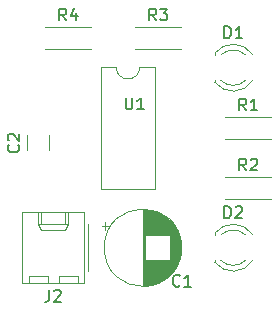
<source format=gbr>
%TF.GenerationSoftware,KiCad,Pcbnew,7.0.9*%
%TF.CreationDate,2023-12-20T18:15:34+03:00*%
%TF.ProjectId,FLIP_FLOP,464c4950-5f46-44c4-9f50-2e6b69636164,rev?*%
%TF.SameCoordinates,Original*%
%TF.FileFunction,Legend,Top*%
%TF.FilePolarity,Positive*%
%FSLAX46Y46*%
G04 Gerber Fmt 4.6, Leading zero omitted, Abs format (unit mm)*
G04 Created by KiCad (PCBNEW 7.0.9) date 2023-12-20 18:15:34*
%MOMM*%
%LPD*%
G01*
G04 APERTURE LIST*
%ADD10C,0.150000*%
%ADD11C,0.120000*%
G04 APERTURE END LIST*
D10*
X121738095Y-57454819D02*
X121738095Y-58264342D01*
X121738095Y-58264342D02*
X121785714Y-58359580D01*
X121785714Y-58359580D02*
X121833333Y-58407200D01*
X121833333Y-58407200D02*
X121928571Y-58454819D01*
X121928571Y-58454819D02*
X122119047Y-58454819D01*
X122119047Y-58454819D02*
X122214285Y-58407200D01*
X122214285Y-58407200D02*
X122261904Y-58359580D01*
X122261904Y-58359580D02*
X122309523Y-58264342D01*
X122309523Y-58264342D02*
X122309523Y-57454819D01*
X123309523Y-58454819D02*
X122738095Y-58454819D01*
X123023809Y-58454819D02*
X123023809Y-57454819D01*
X123023809Y-57454819D02*
X122928571Y-57597676D01*
X122928571Y-57597676D02*
X122833333Y-57692914D01*
X122833333Y-57692914D02*
X122738095Y-57740533D01*
X116713333Y-50914819D02*
X116380000Y-50438628D01*
X116141905Y-50914819D02*
X116141905Y-49914819D01*
X116141905Y-49914819D02*
X116522857Y-49914819D01*
X116522857Y-49914819D02*
X116618095Y-49962438D01*
X116618095Y-49962438D02*
X116665714Y-50010057D01*
X116665714Y-50010057D02*
X116713333Y-50105295D01*
X116713333Y-50105295D02*
X116713333Y-50248152D01*
X116713333Y-50248152D02*
X116665714Y-50343390D01*
X116665714Y-50343390D02*
X116618095Y-50391009D01*
X116618095Y-50391009D02*
X116522857Y-50438628D01*
X116522857Y-50438628D02*
X116141905Y-50438628D01*
X117570476Y-50248152D02*
X117570476Y-50914819D01*
X117332381Y-49867200D02*
X117094286Y-50581485D01*
X117094286Y-50581485D02*
X117713333Y-50581485D01*
X124333333Y-50914819D02*
X124000000Y-50438628D01*
X123761905Y-50914819D02*
X123761905Y-49914819D01*
X123761905Y-49914819D02*
X124142857Y-49914819D01*
X124142857Y-49914819D02*
X124238095Y-49962438D01*
X124238095Y-49962438D02*
X124285714Y-50010057D01*
X124285714Y-50010057D02*
X124333333Y-50105295D01*
X124333333Y-50105295D02*
X124333333Y-50248152D01*
X124333333Y-50248152D02*
X124285714Y-50343390D01*
X124285714Y-50343390D02*
X124238095Y-50391009D01*
X124238095Y-50391009D02*
X124142857Y-50438628D01*
X124142857Y-50438628D02*
X123761905Y-50438628D01*
X124666667Y-49914819D02*
X125285714Y-49914819D01*
X125285714Y-49914819D02*
X124952381Y-50295771D01*
X124952381Y-50295771D02*
X125095238Y-50295771D01*
X125095238Y-50295771D02*
X125190476Y-50343390D01*
X125190476Y-50343390D02*
X125238095Y-50391009D01*
X125238095Y-50391009D02*
X125285714Y-50486247D01*
X125285714Y-50486247D02*
X125285714Y-50724342D01*
X125285714Y-50724342D02*
X125238095Y-50819580D01*
X125238095Y-50819580D02*
X125190476Y-50867200D01*
X125190476Y-50867200D02*
X125095238Y-50914819D01*
X125095238Y-50914819D02*
X124809524Y-50914819D01*
X124809524Y-50914819D02*
X124714286Y-50867200D01*
X124714286Y-50867200D02*
X124666667Y-50819580D01*
X131953333Y-63614819D02*
X131620000Y-63138628D01*
X131381905Y-63614819D02*
X131381905Y-62614819D01*
X131381905Y-62614819D02*
X131762857Y-62614819D01*
X131762857Y-62614819D02*
X131858095Y-62662438D01*
X131858095Y-62662438D02*
X131905714Y-62710057D01*
X131905714Y-62710057D02*
X131953333Y-62805295D01*
X131953333Y-62805295D02*
X131953333Y-62948152D01*
X131953333Y-62948152D02*
X131905714Y-63043390D01*
X131905714Y-63043390D02*
X131858095Y-63091009D01*
X131858095Y-63091009D02*
X131762857Y-63138628D01*
X131762857Y-63138628D02*
X131381905Y-63138628D01*
X132334286Y-62710057D02*
X132381905Y-62662438D01*
X132381905Y-62662438D02*
X132477143Y-62614819D01*
X132477143Y-62614819D02*
X132715238Y-62614819D01*
X132715238Y-62614819D02*
X132810476Y-62662438D01*
X132810476Y-62662438D02*
X132858095Y-62710057D01*
X132858095Y-62710057D02*
X132905714Y-62805295D01*
X132905714Y-62805295D02*
X132905714Y-62900533D01*
X132905714Y-62900533D02*
X132858095Y-63043390D01*
X132858095Y-63043390D02*
X132286667Y-63614819D01*
X132286667Y-63614819D02*
X132905714Y-63614819D01*
X131953333Y-58534819D02*
X131620000Y-58058628D01*
X131381905Y-58534819D02*
X131381905Y-57534819D01*
X131381905Y-57534819D02*
X131762857Y-57534819D01*
X131762857Y-57534819D02*
X131858095Y-57582438D01*
X131858095Y-57582438D02*
X131905714Y-57630057D01*
X131905714Y-57630057D02*
X131953333Y-57725295D01*
X131953333Y-57725295D02*
X131953333Y-57868152D01*
X131953333Y-57868152D02*
X131905714Y-57963390D01*
X131905714Y-57963390D02*
X131858095Y-58011009D01*
X131858095Y-58011009D02*
X131762857Y-58058628D01*
X131762857Y-58058628D02*
X131381905Y-58058628D01*
X132905714Y-58534819D02*
X132334286Y-58534819D01*
X132620000Y-58534819D02*
X132620000Y-57534819D01*
X132620000Y-57534819D02*
X132524762Y-57677676D01*
X132524762Y-57677676D02*
X132429524Y-57772914D01*
X132429524Y-57772914D02*
X132334286Y-57820533D01*
X115276666Y-73734819D02*
X115276666Y-74449104D01*
X115276666Y-74449104D02*
X115229047Y-74591961D01*
X115229047Y-74591961D02*
X115133809Y-74687200D01*
X115133809Y-74687200D02*
X114990952Y-74734819D01*
X114990952Y-74734819D02*
X114895714Y-74734819D01*
X115705238Y-73830057D02*
X115752857Y-73782438D01*
X115752857Y-73782438D02*
X115848095Y-73734819D01*
X115848095Y-73734819D02*
X116086190Y-73734819D01*
X116086190Y-73734819D02*
X116181428Y-73782438D01*
X116181428Y-73782438D02*
X116229047Y-73830057D01*
X116229047Y-73830057D02*
X116276666Y-73925295D01*
X116276666Y-73925295D02*
X116276666Y-74020533D01*
X116276666Y-74020533D02*
X116229047Y-74163390D01*
X116229047Y-74163390D02*
X115657619Y-74734819D01*
X115657619Y-74734819D02*
X116276666Y-74734819D01*
X130111905Y-67654819D02*
X130111905Y-66654819D01*
X130111905Y-66654819D02*
X130350000Y-66654819D01*
X130350000Y-66654819D02*
X130492857Y-66702438D01*
X130492857Y-66702438D02*
X130588095Y-66797676D01*
X130588095Y-66797676D02*
X130635714Y-66892914D01*
X130635714Y-66892914D02*
X130683333Y-67083390D01*
X130683333Y-67083390D02*
X130683333Y-67226247D01*
X130683333Y-67226247D02*
X130635714Y-67416723D01*
X130635714Y-67416723D02*
X130588095Y-67511961D01*
X130588095Y-67511961D02*
X130492857Y-67607200D01*
X130492857Y-67607200D02*
X130350000Y-67654819D01*
X130350000Y-67654819D02*
X130111905Y-67654819D01*
X131064286Y-66750057D02*
X131111905Y-66702438D01*
X131111905Y-66702438D02*
X131207143Y-66654819D01*
X131207143Y-66654819D02*
X131445238Y-66654819D01*
X131445238Y-66654819D02*
X131540476Y-66702438D01*
X131540476Y-66702438D02*
X131588095Y-66750057D01*
X131588095Y-66750057D02*
X131635714Y-66845295D01*
X131635714Y-66845295D02*
X131635714Y-66940533D01*
X131635714Y-66940533D02*
X131588095Y-67083390D01*
X131588095Y-67083390D02*
X131016667Y-67654819D01*
X131016667Y-67654819D02*
X131635714Y-67654819D01*
X130111905Y-52414819D02*
X130111905Y-51414819D01*
X130111905Y-51414819D02*
X130350000Y-51414819D01*
X130350000Y-51414819D02*
X130492857Y-51462438D01*
X130492857Y-51462438D02*
X130588095Y-51557676D01*
X130588095Y-51557676D02*
X130635714Y-51652914D01*
X130635714Y-51652914D02*
X130683333Y-51843390D01*
X130683333Y-51843390D02*
X130683333Y-51986247D01*
X130683333Y-51986247D02*
X130635714Y-52176723D01*
X130635714Y-52176723D02*
X130588095Y-52271961D01*
X130588095Y-52271961D02*
X130492857Y-52367200D01*
X130492857Y-52367200D02*
X130350000Y-52414819D01*
X130350000Y-52414819D02*
X130111905Y-52414819D01*
X131635714Y-52414819D02*
X131064286Y-52414819D01*
X131350000Y-52414819D02*
X131350000Y-51414819D01*
X131350000Y-51414819D02*
X131254762Y-51557676D01*
X131254762Y-51557676D02*
X131159524Y-51652914D01*
X131159524Y-51652914D02*
X131064286Y-51700533D01*
X112649580Y-61456666D02*
X112697200Y-61504285D01*
X112697200Y-61504285D02*
X112744819Y-61647142D01*
X112744819Y-61647142D02*
X112744819Y-61742380D01*
X112744819Y-61742380D02*
X112697200Y-61885237D01*
X112697200Y-61885237D02*
X112601961Y-61980475D01*
X112601961Y-61980475D02*
X112506723Y-62028094D01*
X112506723Y-62028094D02*
X112316247Y-62075713D01*
X112316247Y-62075713D02*
X112173390Y-62075713D01*
X112173390Y-62075713D02*
X111982914Y-62028094D01*
X111982914Y-62028094D02*
X111887676Y-61980475D01*
X111887676Y-61980475D02*
X111792438Y-61885237D01*
X111792438Y-61885237D02*
X111744819Y-61742380D01*
X111744819Y-61742380D02*
X111744819Y-61647142D01*
X111744819Y-61647142D02*
X111792438Y-61504285D01*
X111792438Y-61504285D02*
X111840057Y-61456666D01*
X111840057Y-61075713D02*
X111792438Y-61028094D01*
X111792438Y-61028094D02*
X111744819Y-60932856D01*
X111744819Y-60932856D02*
X111744819Y-60694761D01*
X111744819Y-60694761D02*
X111792438Y-60599523D01*
X111792438Y-60599523D02*
X111840057Y-60551904D01*
X111840057Y-60551904D02*
X111935295Y-60504285D01*
X111935295Y-60504285D02*
X112030533Y-60504285D01*
X112030533Y-60504285D02*
X112173390Y-60551904D01*
X112173390Y-60551904D02*
X112744819Y-61123332D01*
X112744819Y-61123332D02*
X112744819Y-60504285D01*
X126333333Y-73359580D02*
X126285714Y-73407200D01*
X126285714Y-73407200D02*
X126142857Y-73454819D01*
X126142857Y-73454819D02*
X126047619Y-73454819D01*
X126047619Y-73454819D02*
X125904762Y-73407200D01*
X125904762Y-73407200D02*
X125809524Y-73311961D01*
X125809524Y-73311961D02*
X125761905Y-73216723D01*
X125761905Y-73216723D02*
X125714286Y-73026247D01*
X125714286Y-73026247D02*
X125714286Y-72883390D01*
X125714286Y-72883390D02*
X125761905Y-72692914D01*
X125761905Y-72692914D02*
X125809524Y-72597676D01*
X125809524Y-72597676D02*
X125904762Y-72502438D01*
X125904762Y-72502438D02*
X126047619Y-72454819D01*
X126047619Y-72454819D02*
X126142857Y-72454819D01*
X126142857Y-72454819D02*
X126285714Y-72502438D01*
X126285714Y-72502438D02*
X126333333Y-72550057D01*
X127285714Y-73454819D02*
X126714286Y-73454819D01*
X127000000Y-73454819D02*
X127000000Y-72454819D01*
X127000000Y-72454819D02*
X126904762Y-72597676D01*
X126904762Y-72597676D02*
X126809524Y-72692914D01*
X126809524Y-72692914D02*
X126714286Y-72740533D01*
D11*
%TO.C,U1*%
X119695000Y-54870000D02*
X119695000Y-65150000D01*
X124195000Y-54870000D02*
X122945000Y-54870000D01*
X119695000Y-65150000D02*
X124195000Y-65150000D01*
X124195000Y-65150000D02*
X124195000Y-54870000D01*
X120945000Y-54870000D02*
X119695000Y-54870000D01*
X120945000Y-54870000D02*
G75*
G03*
X122945000Y-54870000I1000000J0D01*
G01*
%TO.C,R4*%
X114960000Y-51460000D02*
X118800000Y-51460000D01*
X114960000Y-53300000D02*
X118800000Y-53300000D01*
%TO.C,R3*%
X122580000Y-53300000D02*
X126420000Y-53300000D01*
X122580000Y-51460000D02*
X126420000Y-51460000D01*
%TO.C,R2*%
X130200000Y-66000000D02*
X134040000Y-66000000D01*
X130200000Y-64160000D02*
X134040000Y-64160000D01*
%TO.C,R1*%
X130200000Y-60920000D02*
X134040000Y-60920000D01*
X130200000Y-59080000D02*
X134040000Y-59080000D01*
%TO.C,J2*%
X118260000Y-67170000D02*
X112960000Y-67170000D01*
X116080000Y-72590000D02*
X116080000Y-73190000D01*
X118550000Y-72160000D02*
X118550000Y-68160000D01*
X118260000Y-73190000D02*
X118260000Y-67170000D01*
X115140000Y-73190000D02*
X115140000Y-72590000D01*
X114340000Y-68170000D02*
X114340000Y-67170000D01*
X114590000Y-67170000D02*
X114590000Y-68170000D01*
X117680000Y-72590000D02*
X116080000Y-72590000D01*
X115140000Y-72590000D02*
X113540000Y-72590000D01*
X114590000Y-68700000D02*
X114340000Y-68170000D01*
X116880000Y-68170000D02*
X114340000Y-68170000D01*
X116880000Y-67170000D02*
X116880000Y-68170000D01*
X116630000Y-67170000D02*
X116630000Y-68170000D01*
X116880000Y-68170000D02*
X116630000Y-68700000D01*
X112960000Y-73190000D02*
X118260000Y-73190000D01*
X117680000Y-73190000D02*
X117680000Y-72590000D01*
X112960000Y-67170000D02*
X112960000Y-73190000D01*
X113540000Y-72590000D02*
X113540000Y-73190000D01*
X116630000Y-68700000D02*
X114590000Y-68700000D01*
%TO.C,D2*%
X129290000Y-68924000D02*
X129290000Y-69080000D01*
X129290000Y-71240000D02*
X129290000Y-71396000D01*
X131891129Y-69080164D02*
G75*
G03*
X129809040Y-69080001I-1041129J-1079836D01*
G01*
X129290001Y-71395515D02*
G75*
G03*
X132522334Y-71238608I1559999J1235515D01*
G01*
X129809040Y-71239999D02*
G75*
G03*
X131891129Y-71239836I1040960J1079999D01*
G01*
X132522334Y-69081392D02*
G75*
G03*
X129290001Y-68924485I-1672334J-1078608D01*
G01*
%TO.C,D1*%
X129290000Y-53684000D02*
X129290000Y-53840000D01*
X129290000Y-56000000D02*
X129290000Y-56156000D01*
X131891129Y-53840164D02*
G75*
G03*
X129809040Y-53840001I-1041129J-1079836D01*
G01*
X129290001Y-56155515D02*
G75*
G03*
X132522334Y-55998608I1559999J1235515D01*
G01*
X129809040Y-55999999D02*
G75*
G03*
X131891129Y-55999836I1040960J1079999D01*
G01*
X132522334Y-53841392D02*
G75*
G03*
X129290001Y-53684485I-1672334J-1078608D01*
G01*
%TO.C,C2*%
X115260000Y-61919000D02*
X115260000Y-60661000D01*
X113420000Y-61919000D02*
X113420000Y-60661000D01*
%TO.C,C1*%
X125211000Y-71200000D02*
X125211000Y-72708000D01*
X124691000Y-71200000D02*
X124691000Y-73036000D01*
X124291000Y-67113000D02*
X124291000Y-69120000D01*
X125851000Y-68270000D02*
X125851000Y-72050000D01*
X124011000Y-67029000D02*
X124011000Y-69120000D01*
X123290000Y-66930000D02*
X123290000Y-73390000D01*
X124091000Y-71200000D02*
X124091000Y-73270000D01*
X124211000Y-71200000D02*
X124211000Y-73234000D01*
X123250000Y-66930000D02*
X123250000Y-73390000D01*
X125891000Y-68326000D02*
X125891000Y-71994000D01*
X125771000Y-68165000D02*
X125771000Y-72155000D01*
X123770000Y-71200000D02*
X123770000Y-73342000D01*
X124811000Y-71200000D02*
X124811000Y-72972000D01*
X124731000Y-67304000D02*
X124731000Y-69120000D01*
X125491000Y-67855000D02*
X125491000Y-69120000D01*
X123770000Y-66978000D02*
X123770000Y-69120000D01*
X126371000Y-69358000D02*
X126371000Y-70962000D01*
X123330000Y-66932000D02*
X123330000Y-73388000D01*
X124851000Y-71200000D02*
X124851000Y-72950000D01*
X119709759Y-68321000D02*
X120339759Y-68321000D01*
X124931000Y-71200000D02*
X124931000Y-72902000D01*
X126451000Y-69758000D02*
X126451000Y-70562000D01*
X123850000Y-71200000D02*
X123850000Y-73327000D01*
X124451000Y-71200000D02*
X124451000Y-73146000D01*
X124811000Y-67348000D02*
X124811000Y-69120000D01*
X124971000Y-71200000D02*
X124971000Y-72876000D01*
X123730000Y-71200000D02*
X123730000Y-73349000D01*
X126091000Y-68651000D02*
X126091000Y-71669000D01*
X125571000Y-67936000D02*
X125571000Y-72384000D01*
X124371000Y-71200000D02*
X124371000Y-73178000D01*
X125291000Y-67676000D02*
X125291000Y-69120000D01*
X126011000Y-68510000D02*
X126011000Y-71810000D01*
X123810000Y-71200000D02*
X123810000Y-73335000D01*
X123490000Y-71200000D02*
X123490000Y-73378000D01*
X125051000Y-67496000D02*
X125051000Y-69120000D01*
X126131000Y-68728000D02*
X126131000Y-71592000D01*
X123650000Y-66959000D02*
X123650000Y-69120000D01*
X124771000Y-67326000D02*
X124771000Y-69120000D01*
X124011000Y-71200000D02*
X124011000Y-73291000D01*
X123450000Y-66938000D02*
X123450000Y-69120000D01*
X125371000Y-67744000D02*
X125371000Y-69120000D01*
X125011000Y-67470000D02*
X125011000Y-69120000D01*
X125931000Y-68384000D02*
X125931000Y-71936000D01*
X125091000Y-71200000D02*
X125091000Y-72796000D01*
X126411000Y-69527000D02*
X126411000Y-70793000D01*
X125491000Y-71200000D02*
X125491000Y-72465000D01*
X125171000Y-71200000D02*
X125171000Y-72738000D01*
X123530000Y-71200000D02*
X123530000Y-73375000D01*
X124491000Y-67190000D02*
X124491000Y-69120000D01*
X123530000Y-66945000D02*
X123530000Y-69120000D01*
X124851000Y-67370000D02*
X124851000Y-69120000D01*
X124531000Y-67208000D02*
X124531000Y-69120000D01*
X124891000Y-71200000D02*
X124891000Y-72926000D01*
X125651000Y-68023000D02*
X125651000Y-72297000D01*
X125131000Y-67553000D02*
X125131000Y-69120000D01*
X123971000Y-71200000D02*
X123971000Y-73301000D01*
X124491000Y-71200000D02*
X124491000Y-73130000D01*
X124611000Y-71200000D02*
X124611000Y-73076000D01*
X125731000Y-68116000D02*
X125731000Y-72204000D01*
X125691000Y-68068000D02*
X125691000Y-72252000D01*
X124531000Y-71200000D02*
X124531000Y-73112000D01*
X125451000Y-67817000D02*
X125451000Y-69120000D01*
X124171000Y-71200000D02*
X124171000Y-73246000D01*
X126171000Y-68810000D02*
X126171000Y-71510000D01*
X123931000Y-67010000D02*
X123931000Y-69120000D01*
X124571000Y-67226000D02*
X124571000Y-69120000D01*
X125451000Y-71200000D02*
X125451000Y-72503000D01*
X124371000Y-67142000D02*
X124371000Y-69120000D01*
X124731000Y-71200000D02*
X124731000Y-73016000D01*
X123690000Y-71200000D02*
X123690000Y-73355000D01*
X124091000Y-67050000D02*
X124091000Y-69120000D01*
X125131000Y-71200000D02*
X125131000Y-72767000D01*
X125371000Y-71200000D02*
X125371000Y-72576000D01*
X124331000Y-67127000D02*
X124331000Y-69120000D01*
X123931000Y-71200000D02*
X123931000Y-73310000D01*
X120024759Y-68006000D02*
X120024759Y-68636000D01*
X124771000Y-71200000D02*
X124771000Y-72994000D01*
X125971000Y-68446000D02*
X125971000Y-71874000D01*
X125411000Y-67780000D02*
X125411000Y-69120000D01*
X126051000Y-68579000D02*
X126051000Y-71741000D01*
X123810000Y-66985000D02*
X123810000Y-69120000D01*
X126291000Y-69101000D02*
X126291000Y-71219000D01*
X126331000Y-69220000D02*
X126331000Y-71100000D01*
X123650000Y-71200000D02*
X123650000Y-73361000D01*
X124651000Y-67264000D02*
X124651000Y-69120000D01*
X124251000Y-71200000D02*
X124251000Y-73221000D01*
X123730000Y-66971000D02*
X123730000Y-69120000D01*
X123890000Y-67001000D02*
X123890000Y-69120000D01*
X124131000Y-67062000D02*
X124131000Y-69120000D01*
X123210000Y-66930000D02*
X123210000Y-73390000D01*
X124051000Y-71200000D02*
X124051000Y-73281000D01*
X124891000Y-67394000D02*
X124891000Y-69120000D01*
X124051000Y-67039000D02*
X124051000Y-69120000D01*
X124331000Y-71200000D02*
X124331000Y-73193000D01*
X123971000Y-67019000D02*
X123971000Y-69120000D01*
X123490000Y-66942000D02*
X123490000Y-69120000D01*
X125331000Y-67710000D02*
X125331000Y-69120000D01*
X125531000Y-67895000D02*
X125531000Y-72425000D01*
X124651000Y-71200000D02*
X124651000Y-73056000D01*
X125171000Y-67582000D02*
X125171000Y-69120000D01*
X123450000Y-71200000D02*
X123450000Y-73382000D01*
X124171000Y-67074000D02*
X124171000Y-69120000D01*
X124131000Y-71200000D02*
X124131000Y-73258000D01*
X126251000Y-68995000D02*
X126251000Y-71325000D01*
X125091000Y-67524000D02*
X125091000Y-69120000D01*
X125251000Y-71200000D02*
X125251000Y-72676000D01*
X124291000Y-71200000D02*
X124291000Y-73207000D01*
X125611000Y-67978000D02*
X125611000Y-72342000D01*
X125811000Y-68216000D02*
X125811000Y-72104000D01*
X126211000Y-68898000D02*
X126211000Y-71422000D01*
X123610000Y-71200000D02*
X123610000Y-73366000D01*
X125411000Y-71200000D02*
X125411000Y-72540000D01*
X124931000Y-67418000D02*
X124931000Y-69120000D01*
X123850000Y-66993000D02*
X123850000Y-69120000D01*
X124571000Y-71200000D02*
X124571000Y-73094000D01*
X123370000Y-66933000D02*
X123370000Y-73387000D01*
X125291000Y-71200000D02*
X125291000Y-72644000D01*
X125011000Y-71200000D02*
X125011000Y-72850000D01*
X125211000Y-67612000D02*
X125211000Y-69120000D01*
X123570000Y-71200000D02*
X123570000Y-73371000D01*
X124691000Y-67284000D02*
X124691000Y-69120000D01*
X125051000Y-71200000D02*
X125051000Y-72824000D01*
X123610000Y-66954000D02*
X123610000Y-69120000D01*
X125251000Y-67644000D02*
X125251000Y-69120000D01*
X124451000Y-67174000D02*
X124451000Y-69120000D01*
X124211000Y-67086000D02*
X124211000Y-69120000D01*
X124251000Y-67099000D02*
X124251000Y-69120000D01*
X123570000Y-66949000D02*
X123570000Y-69120000D01*
X124411000Y-67158000D02*
X124411000Y-69120000D01*
X124411000Y-71200000D02*
X124411000Y-73162000D01*
X123690000Y-66965000D02*
X123690000Y-69120000D01*
X124611000Y-67244000D02*
X124611000Y-69120000D01*
X123890000Y-71200000D02*
X123890000Y-73319000D01*
X125331000Y-71200000D02*
X125331000Y-72610000D01*
X124971000Y-67444000D02*
X124971000Y-69120000D01*
X123410000Y-66936000D02*
X123410000Y-73384000D01*
X126480000Y-70160000D02*
G75*
G03*
X126480000Y-70160000I-3270000J0D01*
G01*
%TD*%
M02*

</source>
